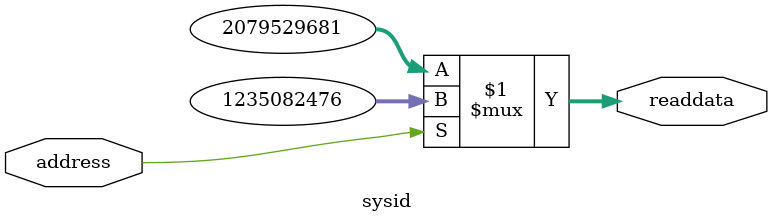
<source format=v>

`timescale 1ns / 1ps
// synthesis translate_on

// turn off superfluous verilog processor warnings 
// altera message_level Level1 
// altera message_off 10034 10035 10036 10037 10230 10240 10030 

module sysid (
               // inputs:
                address,

               // outputs:
                readdata
             )
;

  output  [ 31: 0] readdata;
  input            address;

  wire    [ 31: 0] readdata;
  //control_slave, which is an e_avalon_slave
  assign readdata = address ? 1235082476 : 2079529681;

endmodule


</source>
